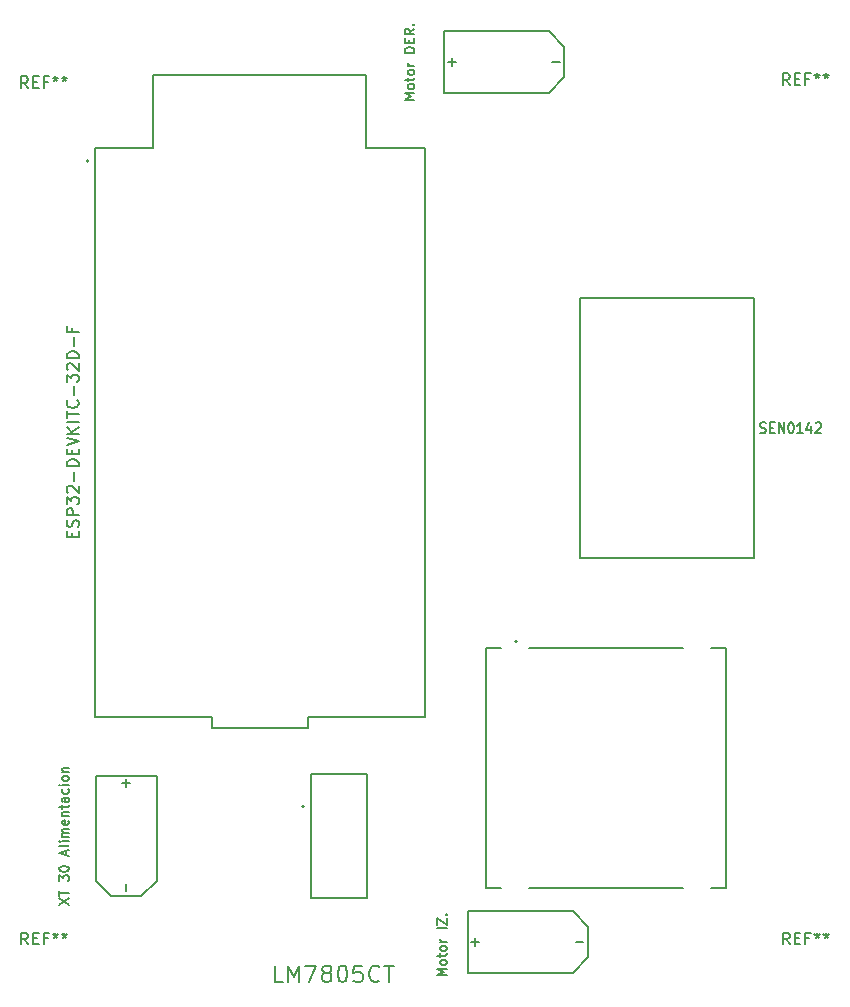
<source format=gbr>
%TF.GenerationSoftware,KiCad,Pcbnew,9.0.1*%
%TF.CreationDate,2025-04-18T16:29:56+02:00*%
%TF.ProjectId,Pendulo_Invertido,50656e64-756c-46f5-9f49-6e7665727469,rev?*%
%TF.SameCoordinates,Original*%
%TF.FileFunction,Legend,Top*%
%TF.FilePolarity,Positive*%
%FSLAX46Y46*%
G04 Gerber Fmt 4.6, Leading zero omitted, Abs format (unit mm)*
G04 Created by KiCad (PCBNEW 9.0.1) date 2025-04-18 16:29:56*
%MOMM*%
%LPD*%
G01*
G04 APERTURE LIST*
%ADD10C,0.100000*%
%ADD11C,0.150000*%
%ADD12C,0.152400*%
%ADD13C,0.127000*%
%ADD14C,0.200000*%
G04 APERTURE END LIST*
D10*
D11*
X163032549Y-87464100D02*
X163148264Y-87507433D01*
X163148264Y-87507433D02*
X163341121Y-87507433D01*
X163341121Y-87507433D02*
X163418264Y-87464100D01*
X163418264Y-87464100D02*
X163456835Y-87420766D01*
X163456835Y-87420766D02*
X163495406Y-87334100D01*
X163495406Y-87334100D02*
X163495406Y-87247433D01*
X163495406Y-87247433D02*
X163456835Y-87160766D01*
X163456835Y-87160766D02*
X163418264Y-87117433D01*
X163418264Y-87117433D02*
X163341121Y-87074100D01*
X163341121Y-87074100D02*
X163186835Y-87030766D01*
X163186835Y-87030766D02*
X163109692Y-86987433D01*
X163109692Y-86987433D02*
X163071121Y-86944100D01*
X163071121Y-86944100D02*
X163032549Y-86857433D01*
X163032549Y-86857433D02*
X163032549Y-86770766D01*
X163032549Y-86770766D02*
X163071121Y-86684100D01*
X163071121Y-86684100D02*
X163109692Y-86640766D01*
X163109692Y-86640766D02*
X163186835Y-86597433D01*
X163186835Y-86597433D02*
X163379692Y-86597433D01*
X163379692Y-86597433D02*
X163495406Y-86640766D01*
X163842550Y-87030766D02*
X164112550Y-87030766D01*
X164228264Y-87507433D02*
X163842550Y-87507433D01*
X163842550Y-87507433D02*
X163842550Y-86597433D01*
X163842550Y-86597433D02*
X164228264Y-86597433D01*
X164575407Y-87507433D02*
X164575407Y-86597433D01*
X164575407Y-86597433D02*
X165038264Y-87507433D01*
X165038264Y-87507433D02*
X165038264Y-86597433D01*
X165578263Y-86597433D02*
X165655406Y-86597433D01*
X165655406Y-86597433D02*
X165732549Y-86640766D01*
X165732549Y-86640766D02*
X165771121Y-86684100D01*
X165771121Y-86684100D02*
X165809692Y-86770766D01*
X165809692Y-86770766D02*
X165848263Y-86944100D01*
X165848263Y-86944100D02*
X165848263Y-87160766D01*
X165848263Y-87160766D02*
X165809692Y-87334100D01*
X165809692Y-87334100D02*
X165771121Y-87420766D01*
X165771121Y-87420766D02*
X165732549Y-87464100D01*
X165732549Y-87464100D02*
X165655406Y-87507433D01*
X165655406Y-87507433D02*
X165578263Y-87507433D01*
X165578263Y-87507433D02*
X165501121Y-87464100D01*
X165501121Y-87464100D02*
X165462549Y-87420766D01*
X165462549Y-87420766D02*
X165423978Y-87334100D01*
X165423978Y-87334100D02*
X165385406Y-87160766D01*
X165385406Y-87160766D02*
X165385406Y-86944100D01*
X165385406Y-86944100D02*
X165423978Y-86770766D01*
X165423978Y-86770766D02*
X165462549Y-86684100D01*
X165462549Y-86684100D02*
X165501121Y-86640766D01*
X165501121Y-86640766D02*
X165578263Y-86597433D01*
X166619692Y-87507433D02*
X166156835Y-87507433D01*
X166388264Y-87507433D02*
X166388264Y-86597433D01*
X166388264Y-86597433D02*
X166311121Y-86727433D01*
X166311121Y-86727433D02*
X166233978Y-86814100D01*
X166233978Y-86814100D02*
X166156835Y-86857433D01*
X167313979Y-86900766D02*
X167313979Y-87507433D01*
X167121121Y-86554100D02*
X166928264Y-87204100D01*
X166928264Y-87204100D02*
X167429693Y-87204100D01*
X167699693Y-86684100D02*
X167738265Y-86640766D01*
X167738265Y-86640766D02*
X167815408Y-86597433D01*
X167815408Y-86597433D02*
X168008265Y-86597433D01*
X168008265Y-86597433D02*
X168085408Y-86640766D01*
X168085408Y-86640766D02*
X168123979Y-86684100D01*
X168123979Y-86684100D02*
X168162550Y-86770766D01*
X168162550Y-86770766D02*
X168162550Y-86857433D01*
X168162550Y-86857433D02*
X168123979Y-86987433D01*
X168123979Y-86987433D02*
X167661122Y-87507433D01*
X167661122Y-87507433D02*
X168162550Y-87507433D01*
X101014216Y-58299069D02*
X100680883Y-57822878D01*
X100442788Y-58299069D02*
X100442788Y-57299069D01*
X100442788Y-57299069D02*
X100823740Y-57299069D01*
X100823740Y-57299069D02*
X100918978Y-57346688D01*
X100918978Y-57346688D02*
X100966597Y-57394307D01*
X100966597Y-57394307D02*
X101014216Y-57489545D01*
X101014216Y-57489545D02*
X101014216Y-57632402D01*
X101014216Y-57632402D02*
X100966597Y-57727640D01*
X100966597Y-57727640D02*
X100918978Y-57775259D01*
X100918978Y-57775259D02*
X100823740Y-57822878D01*
X100823740Y-57822878D02*
X100442788Y-57822878D01*
X101442788Y-57775259D02*
X101776121Y-57775259D01*
X101918978Y-58299069D02*
X101442788Y-58299069D01*
X101442788Y-58299069D02*
X101442788Y-57299069D01*
X101442788Y-57299069D02*
X101918978Y-57299069D01*
X102680883Y-57775259D02*
X102347550Y-57775259D01*
X102347550Y-58299069D02*
X102347550Y-57299069D01*
X102347550Y-57299069D02*
X102823740Y-57299069D01*
X103347550Y-57299069D02*
X103347550Y-57537164D01*
X103109455Y-57441926D02*
X103347550Y-57537164D01*
X103347550Y-57537164D02*
X103585645Y-57441926D01*
X103204693Y-57727640D02*
X103347550Y-57537164D01*
X103347550Y-57537164D02*
X103490407Y-57727640D01*
X104109455Y-57299069D02*
X104109455Y-57537164D01*
X103871360Y-57441926D02*
X104109455Y-57537164D01*
X104109455Y-57537164D02*
X104347550Y-57441926D01*
X103966598Y-57727640D02*
X104109455Y-57537164D01*
X104109455Y-57537164D02*
X104252312Y-57727640D01*
X122580884Y-133984116D02*
X121914217Y-133984116D01*
X121914217Y-133984116D02*
X121914217Y-132584116D01*
X123047550Y-133984116D02*
X123047550Y-132584116D01*
X123047550Y-132584116D02*
X123514217Y-133584116D01*
X123514217Y-133584116D02*
X123980883Y-132584116D01*
X123980883Y-132584116D02*
X123980883Y-133984116D01*
X124514217Y-132584116D02*
X125447550Y-132584116D01*
X125447550Y-132584116D02*
X124847550Y-133984116D01*
X126180883Y-133184116D02*
X126047550Y-133117450D01*
X126047550Y-133117450D02*
X125980883Y-133050783D01*
X125980883Y-133050783D02*
X125914216Y-132917450D01*
X125914216Y-132917450D02*
X125914216Y-132850783D01*
X125914216Y-132850783D02*
X125980883Y-132717450D01*
X125980883Y-132717450D02*
X126047550Y-132650783D01*
X126047550Y-132650783D02*
X126180883Y-132584116D01*
X126180883Y-132584116D02*
X126447550Y-132584116D01*
X126447550Y-132584116D02*
X126580883Y-132650783D01*
X126580883Y-132650783D02*
X126647550Y-132717450D01*
X126647550Y-132717450D02*
X126714216Y-132850783D01*
X126714216Y-132850783D02*
X126714216Y-132917450D01*
X126714216Y-132917450D02*
X126647550Y-133050783D01*
X126647550Y-133050783D02*
X126580883Y-133117450D01*
X126580883Y-133117450D02*
X126447550Y-133184116D01*
X126447550Y-133184116D02*
X126180883Y-133184116D01*
X126180883Y-133184116D02*
X126047550Y-133250783D01*
X126047550Y-133250783D02*
X125980883Y-133317450D01*
X125980883Y-133317450D02*
X125914216Y-133450783D01*
X125914216Y-133450783D02*
X125914216Y-133717450D01*
X125914216Y-133717450D02*
X125980883Y-133850783D01*
X125980883Y-133850783D02*
X126047550Y-133917450D01*
X126047550Y-133917450D02*
X126180883Y-133984116D01*
X126180883Y-133984116D02*
X126447550Y-133984116D01*
X126447550Y-133984116D02*
X126580883Y-133917450D01*
X126580883Y-133917450D02*
X126647550Y-133850783D01*
X126647550Y-133850783D02*
X126714216Y-133717450D01*
X126714216Y-133717450D02*
X126714216Y-133450783D01*
X126714216Y-133450783D02*
X126647550Y-133317450D01*
X126647550Y-133317450D02*
X126580883Y-133250783D01*
X126580883Y-133250783D02*
X126447550Y-133184116D01*
X127580883Y-132584116D02*
X127714216Y-132584116D01*
X127714216Y-132584116D02*
X127847549Y-132650783D01*
X127847549Y-132650783D02*
X127914216Y-132717450D01*
X127914216Y-132717450D02*
X127980883Y-132850783D01*
X127980883Y-132850783D02*
X128047549Y-133117450D01*
X128047549Y-133117450D02*
X128047549Y-133450783D01*
X128047549Y-133450783D02*
X127980883Y-133717450D01*
X127980883Y-133717450D02*
X127914216Y-133850783D01*
X127914216Y-133850783D02*
X127847549Y-133917450D01*
X127847549Y-133917450D02*
X127714216Y-133984116D01*
X127714216Y-133984116D02*
X127580883Y-133984116D01*
X127580883Y-133984116D02*
X127447549Y-133917450D01*
X127447549Y-133917450D02*
X127380883Y-133850783D01*
X127380883Y-133850783D02*
X127314216Y-133717450D01*
X127314216Y-133717450D02*
X127247549Y-133450783D01*
X127247549Y-133450783D02*
X127247549Y-133117450D01*
X127247549Y-133117450D02*
X127314216Y-132850783D01*
X127314216Y-132850783D02*
X127380883Y-132717450D01*
X127380883Y-132717450D02*
X127447549Y-132650783D01*
X127447549Y-132650783D02*
X127580883Y-132584116D01*
X129314216Y-132584116D02*
X128647549Y-132584116D01*
X128647549Y-132584116D02*
X128580882Y-133250783D01*
X128580882Y-133250783D02*
X128647549Y-133184116D01*
X128647549Y-133184116D02*
X128780882Y-133117450D01*
X128780882Y-133117450D02*
X129114216Y-133117450D01*
X129114216Y-133117450D02*
X129247549Y-133184116D01*
X129247549Y-133184116D02*
X129314216Y-133250783D01*
X129314216Y-133250783D02*
X129380882Y-133384116D01*
X129380882Y-133384116D02*
X129380882Y-133717450D01*
X129380882Y-133717450D02*
X129314216Y-133850783D01*
X129314216Y-133850783D02*
X129247549Y-133917450D01*
X129247549Y-133917450D02*
X129114216Y-133984116D01*
X129114216Y-133984116D02*
X128780882Y-133984116D01*
X128780882Y-133984116D02*
X128647549Y-133917450D01*
X128647549Y-133917450D02*
X128580882Y-133850783D01*
X130780882Y-133850783D02*
X130714215Y-133917450D01*
X130714215Y-133917450D02*
X130514215Y-133984116D01*
X130514215Y-133984116D02*
X130380882Y-133984116D01*
X130380882Y-133984116D02*
X130180882Y-133917450D01*
X130180882Y-133917450D02*
X130047549Y-133784116D01*
X130047549Y-133784116D02*
X129980882Y-133650783D01*
X129980882Y-133650783D02*
X129914215Y-133384116D01*
X129914215Y-133384116D02*
X129914215Y-133184116D01*
X129914215Y-133184116D02*
X129980882Y-132917450D01*
X129980882Y-132917450D02*
X130047549Y-132784116D01*
X130047549Y-132784116D02*
X130180882Y-132650783D01*
X130180882Y-132650783D02*
X130380882Y-132584116D01*
X130380882Y-132584116D02*
X130514215Y-132584116D01*
X130514215Y-132584116D02*
X130714215Y-132650783D01*
X130714215Y-132650783D02*
X130780882Y-132717450D01*
X131180882Y-132584116D02*
X131980882Y-132584116D01*
X131580882Y-133984116D02*
X131580882Y-132584116D01*
X103654471Y-127437821D02*
X104464471Y-126897821D01*
X103654471Y-126897821D02*
X104464471Y-127437821D01*
X103654471Y-126704964D02*
X103654471Y-126242107D01*
X104464471Y-126473535D02*
X103654471Y-126473535D01*
X103654471Y-125432106D02*
X103654471Y-124930678D01*
X103654471Y-124930678D02*
X103963042Y-125200678D01*
X103963042Y-125200678D02*
X103963042Y-125084963D01*
X103963042Y-125084963D02*
X104001614Y-125007821D01*
X104001614Y-125007821D02*
X104040185Y-124969249D01*
X104040185Y-124969249D02*
X104117328Y-124930678D01*
X104117328Y-124930678D02*
X104310185Y-124930678D01*
X104310185Y-124930678D02*
X104387328Y-124969249D01*
X104387328Y-124969249D02*
X104425900Y-125007821D01*
X104425900Y-125007821D02*
X104464471Y-125084963D01*
X104464471Y-125084963D02*
X104464471Y-125316392D01*
X104464471Y-125316392D02*
X104425900Y-125393535D01*
X104425900Y-125393535D02*
X104387328Y-125432106D01*
X103654471Y-124429249D02*
X103654471Y-124352106D01*
X103654471Y-124352106D02*
X103693042Y-124274963D01*
X103693042Y-124274963D02*
X103731614Y-124236392D01*
X103731614Y-124236392D02*
X103808757Y-124197820D01*
X103808757Y-124197820D02*
X103963042Y-124159249D01*
X103963042Y-124159249D02*
X104155900Y-124159249D01*
X104155900Y-124159249D02*
X104310185Y-124197820D01*
X104310185Y-124197820D02*
X104387328Y-124236392D01*
X104387328Y-124236392D02*
X104425900Y-124274963D01*
X104425900Y-124274963D02*
X104464471Y-124352106D01*
X104464471Y-124352106D02*
X104464471Y-124429249D01*
X104464471Y-124429249D02*
X104425900Y-124506392D01*
X104425900Y-124506392D02*
X104387328Y-124544963D01*
X104387328Y-124544963D02*
X104310185Y-124583534D01*
X104310185Y-124583534D02*
X104155900Y-124622106D01*
X104155900Y-124622106D02*
X103963042Y-124622106D01*
X103963042Y-124622106D02*
X103808757Y-124583534D01*
X103808757Y-124583534D02*
X103731614Y-124544963D01*
X103731614Y-124544963D02*
X103693042Y-124506392D01*
X103693042Y-124506392D02*
X103654471Y-124429249D01*
X104233042Y-123233534D02*
X104233042Y-122847820D01*
X104464471Y-123310677D02*
X103654471Y-123040677D01*
X103654471Y-123040677D02*
X104464471Y-122770677D01*
X104464471Y-122384962D02*
X104425900Y-122462105D01*
X104425900Y-122462105D02*
X104348757Y-122500676D01*
X104348757Y-122500676D02*
X103654471Y-122500676D01*
X104464471Y-122076390D02*
X103924471Y-122076390D01*
X103654471Y-122076390D02*
X103693042Y-122114962D01*
X103693042Y-122114962D02*
X103731614Y-122076390D01*
X103731614Y-122076390D02*
X103693042Y-122037819D01*
X103693042Y-122037819D02*
X103654471Y-122076390D01*
X103654471Y-122076390D02*
X103731614Y-122076390D01*
X104464471Y-121690676D02*
X103924471Y-121690676D01*
X104001614Y-121690676D02*
X103963042Y-121652105D01*
X103963042Y-121652105D02*
X103924471Y-121574962D01*
X103924471Y-121574962D02*
X103924471Y-121459248D01*
X103924471Y-121459248D02*
X103963042Y-121382105D01*
X103963042Y-121382105D02*
X104040185Y-121343534D01*
X104040185Y-121343534D02*
X104464471Y-121343534D01*
X104040185Y-121343534D02*
X103963042Y-121304962D01*
X103963042Y-121304962D02*
X103924471Y-121227819D01*
X103924471Y-121227819D02*
X103924471Y-121112105D01*
X103924471Y-121112105D02*
X103963042Y-121034962D01*
X103963042Y-121034962D02*
X104040185Y-120996391D01*
X104040185Y-120996391D02*
X104464471Y-120996391D01*
X104425900Y-120302105D02*
X104464471Y-120379248D01*
X104464471Y-120379248D02*
X104464471Y-120533534D01*
X104464471Y-120533534D02*
X104425900Y-120610676D01*
X104425900Y-120610676D02*
X104348757Y-120649248D01*
X104348757Y-120649248D02*
X104040185Y-120649248D01*
X104040185Y-120649248D02*
X103963042Y-120610676D01*
X103963042Y-120610676D02*
X103924471Y-120533534D01*
X103924471Y-120533534D02*
X103924471Y-120379248D01*
X103924471Y-120379248D02*
X103963042Y-120302105D01*
X103963042Y-120302105D02*
X104040185Y-120263534D01*
X104040185Y-120263534D02*
X104117328Y-120263534D01*
X104117328Y-120263534D02*
X104194471Y-120649248D01*
X103924471Y-119916390D02*
X104464471Y-119916390D01*
X104001614Y-119916390D02*
X103963042Y-119877819D01*
X103963042Y-119877819D02*
X103924471Y-119800676D01*
X103924471Y-119800676D02*
X103924471Y-119684962D01*
X103924471Y-119684962D02*
X103963042Y-119607819D01*
X103963042Y-119607819D02*
X104040185Y-119569248D01*
X104040185Y-119569248D02*
X104464471Y-119569248D01*
X103924471Y-119299248D02*
X103924471Y-118990676D01*
X103654471Y-119183533D02*
X104348757Y-119183533D01*
X104348757Y-119183533D02*
X104425900Y-119144962D01*
X104425900Y-119144962D02*
X104464471Y-119067819D01*
X104464471Y-119067819D02*
X104464471Y-118990676D01*
X104464471Y-118373534D02*
X104040185Y-118373534D01*
X104040185Y-118373534D02*
X103963042Y-118412105D01*
X103963042Y-118412105D02*
X103924471Y-118489248D01*
X103924471Y-118489248D02*
X103924471Y-118643534D01*
X103924471Y-118643534D02*
X103963042Y-118720676D01*
X104425900Y-118373534D02*
X104464471Y-118450676D01*
X104464471Y-118450676D02*
X104464471Y-118643534D01*
X104464471Y-118643534D02*
X104425900Y-118720676D01*
X104425900Y-118720676D02*
X104348757Y-118759248D01*
X104348757Y-118759248D02*
X104271614Y-118759248D01*
X104271614Y-118759248D02*
X104194471Y-118720676D01*
X104194471Y-118720676D02*
X104155900Y-118643534D01*
X104155900Y-118643534D02*
X104155900Y-118450676D01*
X104155900Y-118450676D02*
X104117328Y-118373534D01*
X104425900Y-117640677D02*
X104464471Y-117717819D01*
X104464471Y-117717819D02*
X104464471Y-117872105D01*
X104464471Y-117872105D02*
X104425900Y-117949248D01*
X104425900Y-117949248D02*
X104387328Y-117987819D01*
X104387328Y-117987819D02*
X104310185Y-118026391D01*
X104310185Y-118026391D02*
X104078757Y-118026391D01*
X104078757Y-118026391D02*
X104001614Y-117987819D01*
X104001614Y-117987819D02*
X103963042Y-117949248D01*
X103963042Y-117949248D02*
X103924471Y-117872105D01*
X103924471Y-117872105D02*
X103924471Y-117717819D01*
X103924471Y-117717819D02*
X103963042Y-117640677D01*
X104464471Y-117293533D02*
X103924471Y-117293533D01*
X103654471Y-117293533D02*
X103693042Y-117332105D01*
X103693042Y-117332105D02*
X103731614Y-117293533D01*
X103731614Y-117293533D02*
X103693042Y-117254962D01*
X103693042Y-117254962D02*
X103654471Y-117293533D01*
X103654471Y-117293533D02*
X103731614Y-117293533D01*
X104464471Y-116792105D02*
X104425900Y-116869248D01*
X104425900Y-116869248D02*
X104387328Y-116907819D01*
X104387328Y-116907819D02*
X104310185Y-116946391D01*
X104310185Y-116946391D02*
X104078757Y-116946391D01*
X104078757Y-116946391D02*
X104001614Y-116907819D01*
X104001614Y-116907819D02*
X103963042Y-116869248D01*
X103963042Y-116869248D02*
X103924471Y-116792105D01*
X103924471Y-116792105D02*
X103924471Y-116676391D01*
X103924471Y-116676391D02*
X103963042Y-116599248D01*
X103963042Y-116599248D02*
X104001614Y-116560677D01*
X104001614Y-116560677D02*
X104078757Y-116522105D01*
X104078757Y-116522105D02*
X104310185Y-116522105D01*
X104310185Y-116522105D02*
X104387328Y-116560677D01*
X104387328Y-116560677D02*
X104425900Y-116599248D01*
X104425900Y-116599248D02*
X104464471Y-116676391D01*
X104464471Y-116676391D02*
X104464471Y-116792105D01*
X103924471Y-116174962D02*
X104464471Y-116174962D01*
X104001614Y-116174962D02*
X103963042Y-116136391D01*
X103963042Y-116136391D02*
X103924471Y-116059248D01*
X103924471Y-116059248D02*
X103924471Y-115943534D01*
X103924471Y-115943534D02*
X103963042Y-115866391D01*
X103963042Y-115866391D02*
X104040185Y-115827820D01*
X104040185Y-115827820D02*
X104464471Y-115827820D01*
X133714471Y-59257106D02*
X132904471Y-59257106D01*
X132904471Y-59257106D02*
X133483042Y-58987106D01*
X133483042Y-58987106D02*
X132904471Y-58717106D01*
X132904471Y-58717106D02*
X133714471Y-58717106D01*
X133714471Y-58215678D02*
X133675900Y-58292821D01*
X133675900Y-58292821D02*
X133637328Y-58331392D01*
X133637328Y-58331392D02*
X133560185Y-58369964D01*
X133560185Y-58369964D02*
X133328757Y-58369964D01*
X133328757Y-58369964D02*
X133251614Y-58331392D01*
X133251614Y-58331392D02*
X133213042Y-58292821D01*
X133213042Y-58292821D02*
X133174471Y-58215678D01*
X133174471Y-58215678D02*
X133174471Y-58099964D01*
X133174471Y-58099964D02*
X133213042Y-58022821D01*
X133213042Y-58022821D02*
X133251614Y-57984250D01*
X133251614Y-57984250D02*
X133328757Y-57945678D01*
X133328757Y-57945678D02*
X133560185Y-57945678D01*
X133560185Y-57945678D02*
X133637328Y-57984250D01*
X133637328Y-57984250D02*
X133675900Y-58022821D01*
X133675900Y-58022821D02*
X133714471Y-58099964D01*
X133714471Y-58099964D02*
X133714471Y-58215678D01*
X133174471Y-57714250D02*
X133174471Y-57405678D01*
X132904471Y-57598535D02*
X133598757Y-57598535D01*
X133598757Y-57598535D02*
X133675900Y-57559964D01*
X133675900Y-57559964D02*
X133714471Y-57482821D01*
X133714471Y-57482821D02*
X133714471Y-57405678D01*
X133714471Y-57019964D02*
X133675900Y-57097107D01*
X133675900Y-57097107D02*
X133637328Y-57135678D01*
X133637328Y-57135678D02*
X133560185Y-57174250D01*
X133560185Y-57174250D02*
X133328757Y-57174250D01*
X133328757Y-57174250D02*
X133251614Y-57135678D01*
X133251614Y-57135678D02*
X133213042Y-57097107D01*
X133213042Y-57097107D02*
X133174471Y-57019964D01*
X133174471Y-57019964D02*
X133174471Y-56904250D01*
X133174471Y-56904250D02*
X133213042Y-56827107D01*
X133213042Y-56827107D02*
X133251614Y-56788536D01*
X133251614Y-56788536D02*
X133328757Y-56749964D01*
X133328757Y-56749964D02*
X133560185Y-56749964D01*
X133560185Y-56749964D02*
X133637328Y-56788536D01*
X133637328Y-56788536D02*
X133675900Y-56827107D01*
X133675900Y-56827107D02*
X133714471Y-56904250D01*
X133714471Y-56904250D02*
X133714471Y-57019964D01*
X133714471Y-56402821D02*
X133174471Y-56402821D01*
X133328757Y-56402821D02*
X133251614Y-56364250D01*
X133251614Y-56364250D02*
X133213042Y-56325679D01*
X133213042Y-56325679D02*
X133174471Y-56248536D01*
X133174471Y-56248536D02*
X133174471Y-56171393D01*
X133714471Y-55284249D02*
X132904471Y-55284249D01*
X132904471Y-55284249D02*
X132904471Y-55091392D01*
X132904471Y-55091392D02*
X132943042Y-54975678D01*
X132943042Y-54975678D02*
X133020185Y-54898535D01*
X133020185Y-54898535D02*
X133097328Y-54859964D01*
X133097328Y-54859964D02*
X133251614Y-54821392D01*
X133251614Y-54821392D02*
X133367328Y-54821392D01*
X133367328Y-54821392D02*
X133521614Y-54859964D01*
X133521614Y-54859964D02*
X133598757Y-54898535D01*
X133598757Y-54898535D02*
X133675900Y-54975678D01*
X133675900Y-54975678D02*
X133714471Y-55091392D01*
X133714471Y-55091392D02*
X133714471Y-55284249D01*
X133290185Y-54474249D02*
X133290185Y-54204249D01*
X133714471Y-54088535D02*
X133714471Y-54474249D01*
X133714471Y-54474249D02*
X132904471Y-54474249D01*
X132904471Y-54474249D02*
X132904471Y-54088535D01*
X133714471Y-53278535D02*
X133328757Y-53548535D01*
X133714471Y-53741392D02*
X132904471Y-53741392D01*
X132904471Y-53741392D02*
X132904471Y-53432821D01*
X132904471Y-53432821D02*
X132943042Y-53355678D01*
X132943042Y-53355678D02*
X132981614Y-53317107D01*
X132981614Y-53317107D02*
X133058757Y-53278535D01*
X133058757Y-53278535D02*
X133174471Y-53278535D01*
X133174471Y-53278535D02*
X133251614Y-53317107D01*
X133251614Y-53317107D02*
X133290185Y-53355678D01*
X133290185Y-53355678D02*
X133328757Y-53432821D01*
X133328757Y-53432821D02*
X133328757Y-53741392D01*
X133637328Y-52931392D02*
X133675900Y-52892821D01*
X133675900Y-52892821D02*
X133714471Y-52931392D01*
X133714471Y-52931392D02*
X133675900Y-52969964D01*
X133675900Y-52969964D02*
X133637328Y-52931392D01*
X133637328Y-52931392D02*
X133714471Y-52931392D01*
X165514216Y-130799069D02*
X165180883Y-130322878D01*
X164942788Y-130799069D02*
X164942788Y-129799069D01*
X164942788Y-129799069D02*
X165323740Y-129799069D01*
X165323740Y-129799069D02*
X165418978Y-129846688D01*
X165418978Y-129846688D02*
X165466597Y-129894307D01*
X165466597Y-129894307D02*
X165514216Y-129989545D01*
X165514216Y-129989545D02*
X165514216Y-130132402D01*
X165514216Y-130132402D02*
X165466597Y-130227640D01*
X165466597Y-130227640D02*
X165418978Y-130275259D01*
X165418978Y-130275259D02*
X165323740Y-130322878D01*
X165323740Y-130322878D02*
X164942788Y-130322878D01*
X165942788Y-130275259D02*
X166276121Y-130275259D01*
X166418978Y-130799069D02*
X165942788Y-130799069D01*
X165942788Y-130799069D02*
X165942788Y-129799069D01*
X165942788Y-129799069D02*
X166418978Y-129799069D01*
X167180883Y-130275259D02*
X166847550Y-130275259D01*
X166847550Y-130799069D02*
X166847550Y-129799069D01*
X166847550Y-129799069D02*
X167323740Y-129799069D01*
X167847550Y-129799069D02*
X167847550Y-130037164D01*
X167609455Y-129941926D02*
X167847550Y-130037164D01*
X167847550Y-130037164D02*
X168085645Y-129941926D01*
X167704693Y-130227640D02*
X167847550Y-130037164D01*
X167847550Y-130037164D02*
X167990407Y-130227640D01*
X168609455Y-129799069D02*
X168609455Y-130037164D01*
X168371360Y-129941926D02*
X168609455Y-130037164D01*
X168609455Y-130037164D02*
X168847550Y-129941926D01*
X168466598Y-130227640D02*
X168609455Y-130037164D01*
X168609455Y-130037164D02*
X168752312Y-130227640D01*
X136464471Y-133409249D02*
X135654471Y-133409249D01*
X135654471Y-133409249D02*
X136233042Y-133139249D01*
X136233042Y-133139249D02*
X135654471Y-132869249D01*
X135654471Y-132869249D02*
X136464471Y-132869249D01*
X136464471Y-132367821D02*
X136425900Y-132444964D01*
X136425900Y-132444964D02*
X136387328Y-132483535D01*
X136387328Y-132483535D02*
X136310185Y-132522107D01*
X136310185Y-132522107D02*
X136078757Y-132522107D01*
X136078757Y-132522107D02*
X136001614Y-132483535D01*
X136001614Y-132483535D02*
X135963042Y-132444964D01*
X135963042Y-132444964D02*
X135924471Y-132367821D01*
X135924471Y-132367821D02*
X135924471Y-132252107D01*
X135924471Y-132252107D02*
X135963042Y-132174964D01*
X135963042Y-132174964D02*
X136001614Y-132136393D01*
X136001614Y-132136393D02*
X136078757Y-132097821D01*
X136078757Y-132097821D02*
X136310185Y-132097821D01*
X136310185Y-132097821D02*
X136387328Y-132136393D01*
X136387328Y-132136393D02*
X136425900Y-132174964D01*
X136425900Y-132174964D02*
X136464471Y-132252107D01*
X136464471Y-132252107D02*
X136464471Y-132367821D01*
X135924471Y-131866393D02*
X135924471Y-131557821D01*
X135654471Y-131750678D02*
X136348757Y-131750678D01*
X136348757Y-131750678D02*
X136425900Y-131712107D01*
X136425900Y-131712107D02*
X136464471Y-131634964D01*
X136464471Y-131634964D02*
X136464471Y-131557821D01*
X136464471Y-131172107D02*
X136425900Y-131249250D01*
X136425900Y-131249250D02*
X136387328Y-131287821D01*
X136387328Y-131287821D02*
X136310185Y-131326393D01*
X136310185Y-131326393D02*
X136078757Y-131326393D01*
X136078757Y-131326393D02*
X136001614Y-131287821D01*
X136001614Y-131287821D02*
X135963042Y-131249250D01*
X135963042Y-131249250D02*
X135924471Y-131172107D01*
X135924471Y-131172107D02*
X135924471Y-131056393D01*
X135924471Y-131056393D02*
X135963042Y-130979250D01*
X135963042Y-130979250D02*
X136001614Y-130940679D01*
X136001614Y-130940679D02*
X136078757Y-130902107D01*
X136078757Y-130902107D02*
X136310185Y-130902107D01*
X136310185Y-130902107D02*
X136387328Y-130940679D01*
X136387328Y-130940679D02*
X136425900Y-130979250D01*
X136425900Y-130979250D02*
X136464471Y-131056393D01*
X136464471Y-131056393D02*
X136464471Y-131172107D01*
X136464471Y-130554964D02*
X135924471Y-130554964D01*
X136078757Y-130554964D02*
X136001614Y-130516393D01*
X136001614Y-130516393D02*
X135963042Y-130477822D01*
X135963042Y-130477822D02*
X135924471Y-130400679D01*
X135924471Y-130400679D02*
X135924471Y-130323536D01*
X136464471Y-129436392D02*
X135654471Y-129436392D01*
X135654471Y-129127821D02*
X135654471Y-128587821D01*
X135654471Y-128587821D02*
X136464471Y-129127821D01*
X136464471Y-129127821D02*
X136464471Y-128587821D01*
X136387328Y-128279249D02*
X136425900Y-128240678D01*
X136425900Y-128240678D02*
X136464471Y-128279249D01*
X136464471Y-128279249D02*
X136425900Y-128317821D01*
X136425900Y-128317821D02*
X136387328Y-128279249D01*
X136387328Y-128279249D02*
X136464471Y-128279249D01*
X165514216Y-58049069D02*
X165180883Y-57572878D01*
X164942788Y-58049069D02*
X164942788Y-57049069D01*
X164942788Y-57049069D02*
X165323740Y-57049069D01*
X165323740Y-57049069D02*
X165418978Y-57096688D01*
X165418978Y-57096688D02*
X165466597Y-57144307D01*
X165466597Y-57144307D02*
X165514216Y-57239545D01*
X165514216Y-57239545D02*
X165514216Y-57382402D01*
X165514216Y-57382402D02*
X165466597Y-57477640D01*
X165466597Y-57477640D02*
X165418978Y-57525259D01*
X165418978Y-57525259D02*
X165323740Y-57572878D01*
X165323740Y-57572878D02*
X164942788Y-57572878D01*
X165942788Y-57525259D02*
X166276121Y-57525259D01*
X166418978Y-58049069D02*
X165942788Y-58049069D01*
X165942788Y-58049069D02*
X165942788Y-57049069D01*
X165942788Y-57049069D02*
X166418978Y-57049069D01*
X167180883Y-57525259D02*
X166847550Y-57525259D01*
X166847550Y-58049069D02*
X166847550Y-57049069D01*
X166847550Y-57049069D02*
X167323740Y-57049069D01*
X167847550Y-57049069D02*
X167847550Y-57287164D01*
X167609455Y-57191926D02*
X167847550Y-57287164D01*
X167847550Y-57287164D02*
X168085645Y-57191926D01*
X167704693Y-57477640D02*
X167847550Y-57287164D01*
X167847550Y-57287164D02*
X167990407Y-57477640D01*
X168609455Y-57049069D02*
X168609455Y-57287164D01*
X168371360Y-57191926D02*
X168609455Y-57287164D01*
X168609455Y-57287164D02*
X168847550Y-57191926D01*
X168466598Y-57477640D02*
X168609455Y-57287164D01*
X168609455Y-57287164D02*
X168752312Y-57477640D01*
X101014216Y-130799069D02*
X100680883Y-130322878D01*
X100442788Y-130799069D02*
X100442788Y-129799069D01*
X100442788Y-129799069D02*
X100823740Y-129799069D01*
X100823740Y-129799069D02*
X100918978Y-129846688D01*
X100918978Y-129846688D02*
X100966597Y-129894307D01*
X100966597Y-129894307D02*
X101014216Y-129989545D01*
X101014216Y-129989545D02*
X101014216Y-130132402D01*
X101014216Y-130132402D02*
X100966597Y-130227640D01*
X100966597Y-130227640D02*
X100918978Y-130275259D01*
X100918978Y-130275259D02*
X100823740Y-130322878D01*
X100823740Y-130322878D02*
X100442788Y-130322878D01*
X101442788Y-130275259D02*
X101776121Y-130275259D01*
X101918978Y-130799069D02*
X101442788Y-130799069D01*
X101442788Y-130799069D02*
X101442788Y-129799069D01*
X101442788Y-129799069D02*
X101918978Y-129799069D01*
X102680883Y-130275259D02*
X102347550Y-130275259D01*
X102347550Y-130799069D02*
X102347550Y-129799069D01*
X102347550Y-129799069D02*
X102823740Y-129799069D01*
X103347550Y-129799069D02*
X103347550Y-130037164D01*
X103109455Y-129941926D02*
X103347550Y-130037164D01*
X103347550Y-130037164D02*
X103585645Y-129941926D01*
X103204693Y-130227640D02*
X103347550Y-130037164D01*
X103347550Y-130037164D02*
X103490407Y-130227640D01*
X104109455Y-129799069D02*
X104109455Y-130037164D01*
X103871360Y-129941926D02*
X104109455Y-130037164D01*
X104109455Y-130037164D02*
X104347550Y-129941926D01*
X103966598Y-130227640D02*
X104109455Y-130037164D01*
X104109455Y-130037164D02*
X104252312Y-130227640D01*
X104777852Y-96305201D02*
X104777852Y-95971868D01*
X105301662Y-95829011D02*
X105301662Y-96305201D01*
X105301662Y-96305201D02*
X104301662Y-96305201D01*
X104301662Y-96305201D02*
X104301662Y-95829011D01*
X105254043Y-95448058D02*
X105301662Y-95305201D01*
X105301662Y-95305201D02*
X105301662Y-95067106D01*
X105301662Y-95067106D02*
X105254043Y-94971868D01*
X105254043Y-94971868D02*
X105206423Y-94924249D01*
X105206423Y-94924249D02*
X105111185Y-94876630D01*
X105111185Y-94876630D02*
X105015947Y-94876630D01*
X105015947Y-94876630D02*
X104920709Y-94924249D01*
X104920709Y-94924249D02*
X104873090Y-94971868D01*
X104873090Y-94971868D02*
X104825471Y-95067106D01*
X104825471Y-95067106D02*
X104777852Y-95257582D01*
X104777852Y-95257582D02*
X104730233Y-95352820D01*
X104730233Y-95352820D02*
X104682614Y-95400439D01*
X104682614Y-95400439D02*
X104587376Y-95448058D01*
X104587376Y-95448058D02*
X104492138Y-95448058D01*
X104492138Y-95448058D02*
X104396900Y-95400439D01*
X104396900Y-95400439D02*
X104349281Y-95352820D01*
X104349281Y-95352820D02*
X104301662Y-95257582D01*
X104301662Y-95257582D02*
X104301662Y-95019487D01*
X104301662Y-95019487D02*
X104349281Y-94876630D01*
X105301662Y-94448058D02*
X104301662Y-94448058D01*
X104301662Y-94448058D02*
X104301662Y-94067106D01*
X104301662Y-94067106D02*
X104349281Y-93971868D01*
X104349281Y-93971868D02*
X104396900Y-93924249D01*
X104396900Y-93924249D02*
X104492138Y-93876630D01*
X104492138Y-93876630D02*
X104634995Y-93876630D01*
X104634995Y-93876630D02*
X104730233Y-93924249D01*
X104730233Y-93924249D02*
X104777852Y-93971868D01*
X104777852Y-93971868D02*
X104825471Y-94067106D01*
X104825471Y-94067106D02*
X104825471Y-94448058D01*
X104301662Y-93543296D02*
X104301662Y-92924249D01*
X104301662Y-92924249D02*
X104682614Y-93257582D01*
X104682614Y-93257582D02*
X104682614Y-93114725D01*
X104682614Y-93114725D02*
X104730233Y-93019487D01*
X104730233Y-93019487D02*
X104777852Y-92971868D01*
X104777852Y-92971868D02*
X104873090Y-92924249D01*
X104873090Y-92924249D02*
X105111185Y-92924249D01*
X105111185Y-92924249D02*
X105206423Y-92971868D01*
X105206423Y-92971868D02*
X105254043Y-93019487D01*
X105254043Y-93019487D02*
X105301662Y-93114725D01*
X105301662Y-93114725D02*
X105301662Y-93400439D01*
X105301662Y-93400439D02*
X105254043Y-93495677D01*
X105254043Y-93495677D02*
X105206423Y-93543296D01*
X104396900Y-92543296D02*
X104349281Y-92495677D01*
X104349281Y-92495677D02*
X104301662Y-92400439D01*
X104301662Y-92400439D02*
X104301662Y-92162344D01*
X104301662Y-92162344D02*
X104349281Y-92067106D01*
X104349281Y-92067106D02*
X104396900Y-92019487D01*
X104396900Y-92019487D02*
X104492138Y-91971868D01*
X104492138Y-91971868D02*
X104587376Y-91971868D01*
X104587376Y-91971868D02*
X104730233Y-92019487D01*
X104730233Y-92019487D02*
X105301662Y-92590915D01*
X105301662Y-92590915D02*
X105301662Y-91971868D01*
X104920709Y-91543296D02*
X104920709Y-90781392D01*
X105301662Y-90305201D02*
X104301662Y-90305201D01*
X104301662Y-90305201D02*
X104301662Y-90067106D01*
X104301662Y-90067106D02*
X104349281Y-89924249D01*
X104349281Y-89924249D02*
X104444519Y-89829011D01*
X104444519Y-89829011D02*
X104539757Y-89781392D01*
X104539757Y-89781392D02*
X104730233Y-89733773D01*
X104730233Y-89733773D02*
X104873090Y-89733773D01*
X104873090Y-89733773D02*
X105063566Y-89781392D01*
X105063566Y-89781392D02*
X105158804Y-89829011D01*
X105158804Y-89829011D02*
X105254043Y-89924249D01*
X105254043Y-89924249D02*
X105301662Y-90067106D01*
X105301662Y-90067106D02*
X105301662Y-90305201D01*
X104777852Y-89305201D02*
X104777852Y-88971868D01*
X105301662Y-88829011D02*
X105301662Y-89305201D01*
X105301662Y-89305201D02*
X104301662Y-89305201D01*
X104301662Y-89305201D02*
X104301662Y-88829011D01*
X104301662Y-88543296D02*
X105301662Y-88209963D01*
X105301662Y-88209963D02*
X104301662Y-87876630D01*
X105301662Y-87543296D02*
X104301662Y-87543296D01*
X105301662Y-86971868D02*
X104730233Y-87400439D01*
X104301662Y-86971868D02*
X104873090Y-87543296D01*
X105301662Y-86543296D02*
X104301662Y-86543296D01*
X104301662Y-86209963D02*
X104301662Y-85638535D01*
X105301662Y-85924249D02*
X104301662Y-85924249D01*
X105206423Y-84733773D02*
X105254043Y-84781392D01*
X105254043Y-84781392D02*
X105301662Y-84924249D01*
X105301662Y-84924249D02*
X105301662Y-85019487D01*
X105301662Y-85019487D02*
X105254043Y-85162344D01*
X105254043Y-85162344D02*
X105158804Y-85257582D01*
X105158804Y-85257582D02*
X105063566Y-85305201D01*
X105063566Y-85305201D02*
X104873090Y-85352820D01*
X104873090Y-85352820D02*
X104730233Y-85352820D01*
X104730233Y-85352820D02*
X104539757Y-85305201D01*
X104539757Y-85305201D02*
X104444519Y-85257582D01*
X104444519Y-85257582D02*
X104349281Y-85162344D01*
X104349281Y-85162344D02*
X104301662Y-85019487D01*
X104301662Y-85019487D02*
X104301662Y-84924249D01*
X104301662Y-84924249D02*
X104349281Y-84781392D01*
X104349281Y-84781392D02*
X104396900Y-84733773D01*
X104920709Y-84305201D02*
X104920709Y-83543297D01*
X104301662Y-83162344D02*
X104301662Y-82543297D01*
X104301662Y-82543297D02*
X104682614Y-82876630D01*
X104682614Y-82876630D02*
X104682614Y-82733773D01*
X104682614Y-82733773D02*
X104730233Y-82638535D01*
X104730233Y-82638535D02*
X104777852Y-82590916D01*
X104777852Y-82590916D02*
X104873090Y-82543297D01*
X104873090Y-82543297D02*
X105111185Y-82543297D01*
X105111185Y-82543297D02*
X105206423Y-82590916D01*
X105206423Y-82590916D02*
X105254043Y-82638535D01*
X105254043Y-82638535D02*
X105301662Y-82733773D01*
X105301662Y-82733773D02*
X105301662Y-83019487D01*
X105301662Y-83019487D02*
X105254043Y-83114725D01*
X105254043Y-83114725D02*
X105206423Y-83162344D01*
X104396900Y-82162344D02*
X104349281Y-82114725D01*
X104349281Y-82114725D02*
X104301662Y-82019487D01*
X104301662Y-82019487D02*
X104301662Y-81781392D01*
X104301662Y-81781392D02*
X104349281Y-81686154D01*
X104349281Y-81686154D02*
X104396900Y-81638535D01*
X104396900Y-81638535D02*
X104492138Y-81590916D01*
X104492138Y-81590916D02*
X104587376Y-81590916D01*
X104587376Y-81590916D02*
X104730233Y-81638535D01*
X104730233Y-81638535D02*
X105301662Y-82209963D01*
X105301662Y-82209963D02*
X105301662Y-81590916D01*
X105301662Y-81162344D02*
X104301662Y-81162344D01*
X104301662Y-81162344D02*
X104301662Y-80924249D01*
X104301662Y-80924249D02*
X104349281Y-80781392D01*
X104349281Y-80781392D02*
X104444519Y-80686154D01*
X104444519Y-80686154D02*
X104539757Y-80638535D01*
X104539757Y-80638535D02*
X104730233Y-80590916D01*
X104730233Y-80590916D02*
X104873090Y-80590916D01*
X104873090Y-80590916D02*
X105063566Y-80638535D01*
X105063566Y-80638535D02*
X105158804Y-80686154D01*
X105158804Y-80686154D02*
X105254043Y-80781392D01*
X105254043Y-80781392D02*
X105301662Y-80924249D01*
X105301662Y-80924249D02*
X105301662Y-81162344D01*
X104920709Y-80162344D02*
X104920709Y-79400440D01*
X104777852Y-78590916D02*
X104777852Y-78924249D01*
X105301662Y-78924249D02*
X104301662Y-78924249D01*
X104301662Y-78924249D02*
X104301662Y-78448059D01*
D12*
%TO.C,SEN0142*%
X147722550Y-98094250D02*
X147722550Y-76094250D01*
X147722550Y-98094250D02*
X162472550Y-98094250D01*
X162472550Y-76094250D02*
X147722550Y-76094250D01*
X162472550Y-98094250D02*
X162472550Y-76094250D01*
D13*
%TO.C,ROB-1445*%
X139807550Y-105704250D02*
X139807550Y-126024250D01*
X141077550Y-105704250D02*
X139807550Y-105704250D01*
X141077550Y-126024250D02*
X139807550Y-126024250D01*
X143467550Y-105704250D02*
X156467550Y-105704250D01*
X143467550Y-126024250D02*
X156467550Y-126024250D01*
X158857550Y-105704250D02*
X160127550Y-105704250D01*
X158857550Y-126024250D02*
X160127550Y-126024250D01*
X160127550Y-126024250D02*
X160127550Y-105704250D01*
D14*
X142447550Y-105136050D02*
G75*
G02*
X142247550Y-105136050I-100000J0D01*
G01*
X142247550Y-105136050D02*
G75*
G02*
X142447550Y-105136050I100000J0D01*
G01*
D13*
%TO.C,LM7805CT*%
X125007550Y-116364250D02*
X125007550Y-126904250D01*
X125007550Y-126904250D02*
X129707550Y-126904250D01*
X129707550Y-116364250D02*
X125007550Y-116364250D01*
X129707550Y-126904250D02*
X129707550Y-116364250D01*
D14*
X124407550Y-119094250D02*
G75*
G02*
X124207550Y-119094250I-100000J0D01*
G01*
X124207550Y-119094250D02*
G75*
G02*
X124407550Y-119094250I100000J0D01*
G01*
D13*
%TO.C,XT 30 Alimentacion*%
X106747550Y-116494250D02*
X106747550Y-125404250D01*
X106747550Y-125404250D02*
X108077550Y-126694250D01*
X108077550Y-126694250D02*
X110617550Y-126694250D01*
X109347550Y-116794250D02*
X109347550Y-117494250D01*
X109347550Y-125658250D02*
X109347550Y-126293250D01*
X109697550Y-117149250D02*
X108997550Y-117149250D01*
X110617550Y-126694250D02*
X111947550Y-125404250D01*
X111947550Y-116494250D02*
X106747550Y-116494250D01*
X111947550Y-125404250D02*
X111947550Y-116494250D01*
%TO.C,Motor DER.*%
X136247550Y-53494250D02*
X136247550Y-58694250D01*
X136247550Y-58694250D02*
X145157550Y-58694250D01*
X136547550Y-56094250D02*
X137247550Y-56094250D01*
X136902550Y-55744250D02*
X136902550Y-56444250D01*
X145157550Y-53494250D02*
X136247550Y-53494250D01*
X145157550Y-58694250D02*
X146447550Y-57364250D01*
X145411550Y-56094250D02*
X146046550Y-56094250D01*
X146447550Y-54824250D02*
X145157550Y-53494250D01*
X146447550Y-57364250D02*
X146447550Y-54824250D01*
%TO.C,Motor IZ.*%
X138247550Y-127994250D02*
X138247550Y-133194250D01*
X138247550Y-133194250D02*
X147157550Y-133194250D01*
X138547550Y-130594250D02*
X139247550Y-130594250D01*
X138902550Y-130244250D02*
X138902550Y-130944250D01*
X147157550Y-127994250D02*
X138247550Y-127994250D01*
X147157550Y-133194250D02*
X148447550Y-131864250D01*
X147411550Y-130594250D02*
X148046550Y-130594250D01*
X148447550Y-129324250D02*
X147157550Y-127994250D01*
X148447550Y-131864250D02*
X148447550Y-129324250D01*
%TO.C,ESP32-DEVKITC-32D-F*%
X106696843Y-63344250D02*
X106696843Y-111544250D01*
X106696843Y-111544250D02*
X116576843Y-111544250D01*
X111646843Y-57144250D02*
X129646843Y-57144250D01*
X111646843Y-63344250D02*
X106696843Y-63344250D01*
X111646843Y-63344250D02*
X111646843Y-57144250D01*
X116576843Y-111544250D02*
X116576843Y-112444250D01*
X116576843Y-112444250D02*
X124706843Y-112444250D01*
X124706843Y-111544250D02*
X134596843Y-111544250D01*
X124706843Y-112444250D02*
X124706843Y-111544250D01*
X129646843Y-57144250D02*
X129646843Y-63344250D01*
X134596843Y-63344250D02*
X129646843Y-63344250D01*
X134596843Y-111544250D02*
X134596843Y-63344250D01*
D14*
X106176843Y-64474250D02*
G75*
G02*
X105976843Y-64474250I-100000J0D01*
G01*
X105976843Y-64474250D02*
G75*
G02*
X106176843Y-64474250I100000J0D01*
G01*
%TD*%
M02*

</source>
